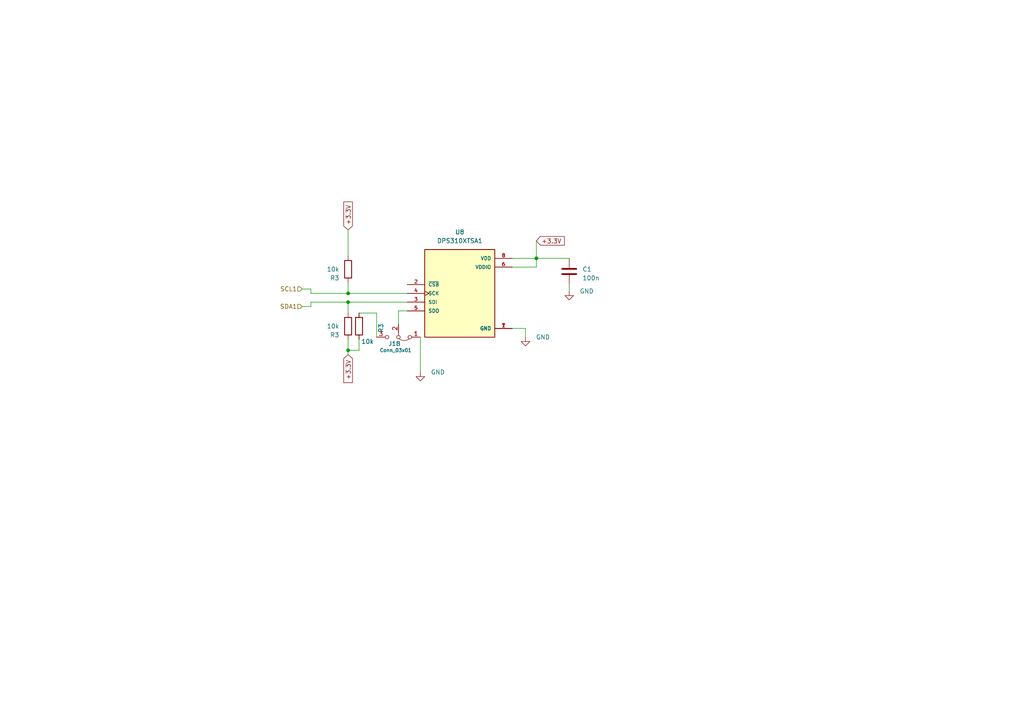
<source format=kicad_sch>
(kicad_sch (version 20230121) (generator eeschema)
  (paper "A4")
  (lib_symbols
    (symbol "DPS310XTSA1:DPS310XTSA1" (pin_names (offset 1.016))
      (property "Reference" "U" (at -10.16 13.97 0))
      (property "Value" "DPS310XTSA1" (at -10.16 -13.97 0))
      (symbol "DPS310XTSA1_0_0"
        (rectangle (start -10.16 12.7) (end 10.16 -12.7) (stroke (width 0.254)) (fill (type background)))
        (pin power_in line (at 15.24 -10.16 180) (length 5.08) (name "GND") (number "1"))
        (pin input line (at -15.24 2.54 0) (length 5.08) (name "~{CSB}") (number "2"))
        (pin bidirectional line (at -15.24 -2.54 0) (length 5.08) (name "SDI") (number "3"))
        (pin input clock (at -15.24 0 0) (length 5.08) (name "SCK") (number "4"))
        (pin output line (at -15.24 -5.08 0) (length 5.08) (name "SDO") (number "5"))
        (pin power_in line (at 15.24 7.62 180) (length 5.08) (name "VDDIO") (number "6"))
        (pin power_in line (at 15.24 -10.16 180) (length 5.08) (name "GND") (number "7"))
        (pin power_in line (at 15.24 10.16 180) (length 5.08) (name "VDD") (number "8"))
      )
    )
    (symbol "Device:C" (pin_numbers hide) (pin_names (offset 0.254))
      (property "Reference" "C" (at 0.635 2.54 0))
      (property "Value" "C" (at 0.635 -2.54 0))
      (symbol "C_0_1"
        (polyline (pts (xy -2.032 -0.762) (xy 2.032 -0.762)) (stroke (width 0.508)))
        (polyline (pts (xy -2.032 0.762) (xy 2.032 0.762)) (stroke (width 0.508)))
      )
      (symbol "C_1_1"
        (pin passive line (at 0 3.81 270) (length 2.794) (name "~") (number "1"))
        (pin passive line (at 0 -3.81 90) (length 2.794) (name "~") (number "2"))
      )
    )
    (symbol "Device:R" (pin_numbers hide) (pin_names (offset 0))
      (property "Reference" "R" (at 2.032 0 90))
      (property "Value" "R" (at 0 0 90))
      (symbol "R_0_1"
        (rectangle (start -1.016 -2.54) (end 1.016 2.54) (stroke (width 0.254)))
      )
      (symbol "R_1_1"
        (pin passive line (at 0 3.81 270) (length 1.27) (name "~") (number "1"))
        (pin passive line (at 0 -3.81 90) (length 1.27) (name "~") (number "2"))
      )
    )
    (symbol "Jumper:Jumper_3_Bridged12" (pin_names (offset 0) hide)
      (property "Reference" "JP" (at -2.54 -2.54 0))
      (property "Value" "Jumper_3_Bridged12" (at 0 2.794 0))
      (symbol "Jumper_3_Bridged12_0_0"
        (circle (center -3.302 0) (radius 0.508))
        (circle (center 0 0) (radius 0.508))
        (circle (center 3.302 0) (radius 0.508))
      )
      (symbol "Jumper_3_Bridged12_0_1"
        (arc (start -0.254 0.508) (mid -1.651 0.9912) (end -3.048 0.508))
        (polyline (pts (xy 0 -1.27) (xy 0 -0.508)))
      )
      (symbol "Jumper_3_Bridged12_1_1"
        (pin passive line (at -6.35 0 0) (length 2.54) (name "A") (number "1"))
        (pin passive line (at 0 -3.81 90) (length 2.54) (name "C") (number "2"))
        (pin passive line (at 6.35 0 180) (length 2.54) (name "B") (number "3"))
      )
    )
    (symbol "power:GND" (power) (pin_names (offset 0))
      (property "Value" "GND" (at 0 -3.81 0))
      (symbol "GND_0_1"
        (polyline (pts (xy 0 0) (xy 0 -1.27) (xy 1.27 -1.27) (xy 0 -2.54) (xy -1.27 -1.27) (xy 0 -1.27)))
      )
      (symbol "GND_1_1"
        (pin power_in line (at 0 0 270) (length 0) hide (name "GND") (number "1"))
      )
    )
  )
  (junction (at 100.965 87.63))
  (junction (at 100.965 101.6))
  (junction (at 100.965 85.09))
  (junction (at 155.575 74.93))
  (wire (pts (xy 115.57 90.17) (xy 118.11 90.17)))
  (wire (pts (xy 148.59 74.93) (xy 155.575 74.93)))
  (wire (pts (xy 90.17 88.9) (xy 90.17 87.63)))
  (wire (pts (xy 100.965 81.915) (xy 100.965 85.09)))
  (wire (pts (xy 87.63 88.9) (xy 90.17 88.9)))
  (wire (pts (xy 104.14 90.805) (xy 109.22 90.805)))
  (wire (pts (xy 90.17 87.63) (xy 100.965 87.63)))
  (wire (pts (xy 148.59 77.47) (xy 155.575 77.47)))
  (wire (pts (xy 148.59 95.25) (xy 152.4 95.25)))
  (wire (pts (xy 155.575 74.93) (xy 155.575 77.47)))
  (wire (pts (xy 155.575 69.85) (xy 155.575 74.93)))
  (wire (pts (xy 90.17 85.09) (xy 100.965 85.09)))
  (wire (pts (xy 165.1 84.455) (xy 165.1 82.55)))
  (wire (pts (xy 100.965 101.6) (xy 104.14 101.6)))
  (wire (pts (xy 100.965 85.09) (xy 118.11 85.09)))
  (wire (pts (xy 100.965 87.63) (xy 118.11 87.63)))
  (wire (pts (xy 152.4 95.25) (xy 152.4 97.79)))
  (wire (pts (xy 115.57 90.17) (xy 115.57 93.98)))
  (wire (pts (xy 109.22 90.805) (xy 109.22 97.79)))
  (wire (pts (xy 100.965 101.6) (xy 100.965 102.87)))
  (wire (pts (xy 165.1 74.93) (xy 155.575 74.93)))
  (wire (pts (xy 87.63 83.82) (xy 90.17 83.82)))
  (wire (pts (xy 100.965 98.425) (xy 100.965 101.6)))
  (wire (pts (xy 121.92 97.79) (xy 121.92 107.95)))
  (wire (pts (xy 100.965 66.675) (xy 100.965 74.295)))
  (wire (pts (xy 104.14 98.425) (xy 104.14 101.6)))
  (wire (pts (xy 100.965 87.63) (xy 100.965 90.805)))
  (wire (pts (xy 90.17 83.82) (xy 90.17 85.09)))
  (global_label "+3.3V" (shape input) (at 100.965 66.675 90) (property "Intersheetrefs" "${INTERSHEET_REFS}" (effects hide)))
  (global_label "+3.3V" (shape input) (at 100.965 102.87 270) (property "Intersheetrefs" "${INTERSHEET_REFS}" (effects hide)))
  (global_label "+3.3V" (shape input) (at 155.575 69.85 0) (property "Intersheetrefs" "${INTERSHEET_REFS}" (effects hide)))
  (hierarchical_label "SCL1" (shape input) (at 87.63 83.82 180))
  (hierarchical_label "SDA1" (shape input) (at 87.63 88.9 180))
  (symbol (lib_id "DPS310XTSA1:DPS310XTSA1") (at 133.35 85.09 0) (unit 1)
    (property "Reference" "U8" (at 133.35 67.31 0))
    (property "Value" "DPS310XTSA1" (at 133.35 69.85 0))
    (property "Footprint" "DPS310XTSA1:XDCR_DPS310XTSA1" (effects hide))
  )
  (symbol (lib_id "power:GND") (at 165.1 84.455 0) (unit 1)
    (property "Reference" "#PWR07" (effects hide))
    (property "Value" "GND" (at 170.18 84.455 0))
    (instances (project "Ultrasound shield" (path "" (reference "#PWR07") (unit 1)) (path "" (reference "#PWR023") (unit 1))))
  )
  (symbol (lib_id "power:GND") (at 152.4 97.79 0) (unit 1)
    (property "Reference" "#PWR07" (effects hide))
    (property "Value" "GND" (at 157.48 97.79 0))
    (instances (project "Ultrasound shield" (path "" (reference "#PWR07") (unit 1)) (path "" (reference "#PWR021") (unit 1))))
  )
  (symbol (lib_id "Device:R") (at 100.965 94.615 180) (unit 1)
    (property "Reference" "R3" (at 98.425 97.155 0) (effects (justify left)))
    (property "Value" "10k" (at 98.425 94.615 0) (effects (justify left)))
    (property "Footprint" "Resistor_SMD:R_0805_2012Metric" (effects hide))
    (instances (project "Ultrasound shield" (path "" (reference "R3") (unit 1)) (path "" (reference "R41") (unit 1))))
  )
  (symbol (lib_id "Device:C") (at 165.1 78.74 0) (unit 1)
    (property "Reference" "C1" (at 168.91 78.105 0) (effects (justify left)))
    (property "Value" "100n" (at 168.91 80.645 0) (effects (justify left)))
    (property "Footprint" "Capacitor_SMD:C_0805_2012Metric" (effects hide))
    (instances (project "Ultrasound shield" (path "" (reference "C1") (unit 1)) (path "" (reference "C11") (unit 1)) (path "" (reference "C15") (unit 1))))
  )
  (symbol (lib_id "Device:R") (at 100.965 78.105 180) (unit 1)
    (property "Reference" "R3" (at 98.425 80.645 0) (effects (justify left)))
    (property "Value" "10k" (at 98.425 78.105 0) (effects (justify left)))
    (property "Footprint" "Resistor_SMD:R_0805_2012Metric" (effects hide))
    (instances (project "Ultrasound shield" (path "" (reference "R3") (unit 1)) (path "" (reference "R40") (unit 1))))
  )
  (symbol (lib_id "Jumper:Jumper_3_Bridged12") (at 115.57 97.79 180) (unit 1)
    (property "Reference" "J18" (at 116.205 99.695 0) (effects (justify left)))
    (property "Value" "Conn_03x01" (at 119.38 101.6 0) (effects (font (size 1 1)) (justify left)))
    (property "Footprint" "Connector_PinHeader_2.54mm:PinHeader_1x03_P2.54mm_Vertical" (effects hide))
    (instances (project "Ultrasound shield" (path "" (reference "J18") (unit 1)) (path "" (reference "J19") (unit 1))))
  )
  (symbol (lib_id "Device:R") (at 104.14 94.615 0) (unit 1)
    (property "Reference" "R3" (at 110.49 96.52 90) (effects (justify left)))
    (property "Value" "10k" (at 104.775 99.06 0) (effects (justify left)))
    (property "Footprint" "Resistor_SMD:R_0805_2012Metric" (effects hide))
    (instances (project "Ultrasound shield" (path "" (reference "R3") (unit 1)) (path "" (reference "R42") (unit 1))))
  )
  (symbol (lib_id "power:GND") (at 121.92 107.95 0) (unit 1)
    (property "Reference" "#PWR07" (effects hide))
    (property "Value" "GND" (at 127 107.95 0))
    (instances (project "Ultrasound shield" (path "" (reference "#PWR07") (unit 1)) (path "" (reference "#PWR054") (unit 1))))
  )
)
</source>
